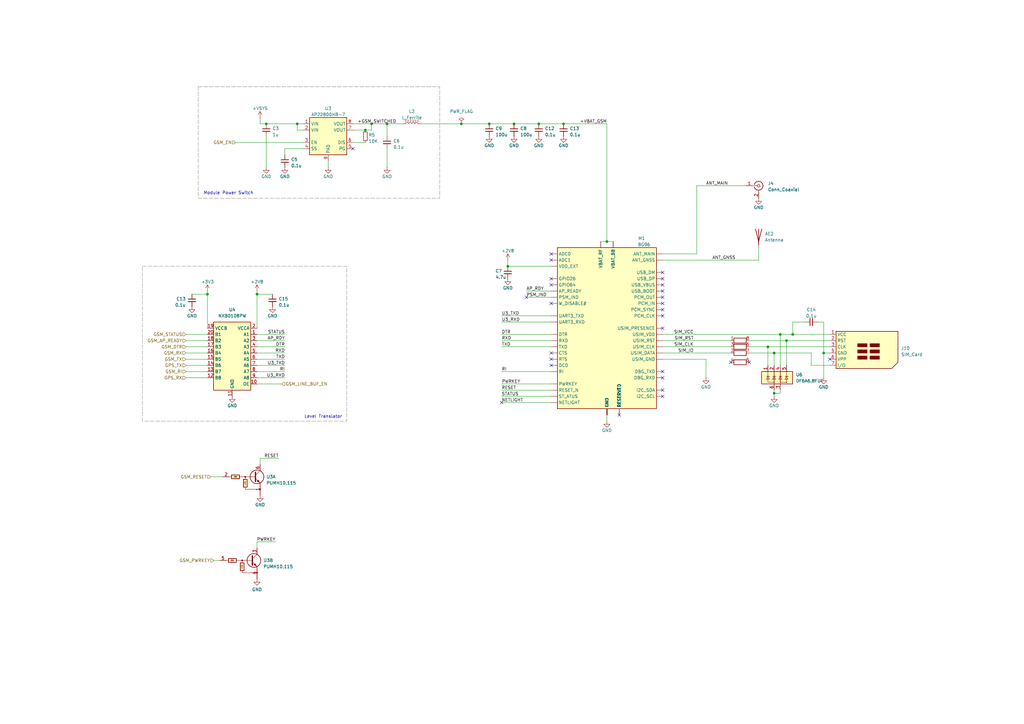
<source format=kicad_sch>
(kicad_sch (version 20250114) (generator "eeschema") (generator_version "9.0")
  (paper "A3")
  (lib_symbols
    (symbol "Connector:Conn_Coaxial" (pin_names (offset 1.016) (hide yes))
      (property "Reference" "J" (at 0.254 3.048 0))
      (property "Value" "Conn_Coaxial" (at 2.921 0 90))
      (symbol "Conn_Coaxial_0_1"
        (polyline (pts (xy -2.54 0) (xy -0.508 0)))
        (arc (start 1.778 0) (mid 0.222 -1.8079) (end -1.778 -0.508) (stroke (width 0.254)))
        (arc (start -1.778 0.508) (mid 0.2221 1.8084) (end 1.778 0) (stroke (width 0.254)))
        (circle (center 0 0) (radius 0.508) (stroke (width 0.2032)))
        (polyline (pts (xy 0 -2.54) (xy 0 -1.778)))
      )
      (symbol "Conn_Coaxial_1_1"
        (pin passive line (at -5.08 0 0) (length 2.54) (name "In") (number "1"))
        (pin passive line (at 0 -5.08 90) (length 2.54) (name "Ext") (number "2"))
      )
    )
    (symbol "Connector:SIM_Card"
      (property "Reference" "J" (at -2.54 12.7 0))
      (property "Value" "SIM_Card" (at -1.27 10.16 0))
      (symbol "SIM_Card_0_1"
        (polyline (pts (xy -10.16 8.89) (xy 15.24 8.89) (xy 15.24 -3.81) (xy 12.7 -6.35) (xy -10.16 -6.35) (xy -10.16 8.89)) (stroke (width 0.254)) (fill (type background)))
        (rectangle (start -1.27 2.54) (end 2.54 3.81) (stroke (width 0.254)) (fill (type outline)))
        (rectangle (start -1.27 0) (end 2.54 1.27) (stroke (width 0.254)) (fill (type outline)))
        (rectangle (start -1.27 -2.54) (end 2.54 -1.27) (stroke (width 0.254)) (fill (type outline)))
        (rectangle (start 3.81 2.54) (end 7.62 3.81) (stroke (width 0.254)) (fill (type outline)))
        (rectangle (start 3.81 0) (end 7.62 1.27) (stroke (width 0.254)) (fill (type outline)))
        (rectangle (start 3.81 -1.27) (end 7.62 -2.54) (stroke (width 0.254)) (fill (type outline)))
      )
      (symbol "SIM_Card_1_1"
        (pin power_in line (at -12.7 7.62 0) (length 2.54) (name "VCC") (number "1"))
        (pin input line (at -12.7 5.08 0) (length 2.54) (name "RST") (number "2"))
        (pin input line (at -12.7 2.54 0) (length 2.54) (name "CLK") (number "3"))
        (pin power_in line (at -12.7 0 0) (length 2.54) (name "GND") (number "5"))
        (pin input line (at -12.7 -2.54 0) (length 2.54) (name "VPP") (number "6"))
        (pin bidirectional line (at -12.7 -5.08 0) (length 2.54) (name "I/O") (number "7"))
      )
    )
    (symbol "Device:Antenna" (pin_numbers (hide yes)) (pin_names (offset 1.016) (hide yes))
      (property "Reference" "AE" (at -1.905 1.905 0))
      (property "Value" "Antenna" (at -1.905 0 0))
      (symbol "Antenna_0_1"
        (polyline (pts (xy 0 2.54) (xy 0 -3.81)) (stroke (width 0.254)))
        (polyline (pts (xy 1.27 2.54) (xy 0 -2.54) (xy -1.27 2.54)) (stroke (width 0.254)))
      )
      (symbol "Antenna_1_1"
        (pin input line (at 0 -5.08 90) (length 2.54) (name "A") (number "1"))
      )
    )
    (symbol "Device:C_Small" (pin_numbers (hide yes)) (pin_names (offset 0.254) (hide yes))
      (property "Reference" "C" (at 0.254 1.778 0))
      (property "Value" "C_Small" (at 0.254 -2.032 0))
      (symbol "C_Small_0_1"
        (polyline (pts (xy -1.524 0.508) (xy 1.524 0.508)) (stroke (width 0.3048)))
        (polyline (pts (xy -1.524 -0.508) (xy 1.524 -0.508)) (stroke (width 0.3302)))
      )
      (symbol "C_Small_1_1"
        (pin passive line (at 0 2.54 270) (length 2.032) (name "~") (number "1"))
        (pin passive line (at 0 -2.54 90) (length 2.032) (name "~") (number "2"))
      )
    )
    (symbol "Device:L_Ferrite" (pin_numbers (hide yes)) (pin_names (offset 1.016) (hide yes))
      (property "Reference" "L" (at -1.27 0 90))
      (property "Value" "L_Ferrite" (at 2.794 0 90))
      (symbol "L_Ferrite_0_1"
        (arc (start 0 2.54) (mid 0.6323 1.905) (end 0 1.27))
        (arc (start 0 1.27) (mid 0.6323 0.635) (end 0 0))
        (arc (start 0 0) (mid 0.6323 -0.635) (end 0 -1.27))
        (arc (start 0 -1.27) (mid 0.6323 -1.905) (end 0 -2.54))
        (polyline (pts (xy 1.016 2.286) (xy 1.016 2.794)))
        (polyline (pts (xy 1.016 1.27) (xy 1.016 1.778)))
        (polyline (pts (xy 1.016 0.254) (xy 1.016 0.762)))
        (polyline (pts (xy 1.016 -0.762) (xy 1.016 -0.254)))
        (polyline (pts (xy 1.016 -1.778) (xy 1.016 -1.27)))
        (polyline (pts (xy 1.016 -2.794) (xy 1.016 -2.286)))
        (polyline (pts (xy 1.524 2.794) (xy 1.524 2.286)))
        (polyline (pts (xy 1.524 1.778) (xy 1.524 1.27)))
        (polyline (pts (xy 1.524 0.762) (xy 1.524 0.254)))
        (polyline (pts (xy 1.524 -0.254) (xy 1.524 -0.762)))
        (polyline (pts (xy 1.524 -1.27) (xy 1.524 -1.778)))
        (polyline (pts (xy 1.524 -2.286) (xy 1.524 -2.794)))
      )
      (symbol "L_Ferrite_1_1"
        (pin passive line (at 0 3.81 270) (length 1.27) (name "1") (number "1"))
        (pin passive line (at 0 -3.81 90) (length 1.27) (name "2") (number "2"))
      )
    )
    (symbol "Device:R_Pack04_Split" (pin_names (offset 0) (hide yes))
      (property "Reference" "RN" (at 2.032 0 90))
      (property "Value" "R_Pack04_Split" (at 0 0 90))
      (symbol "R_Pack04_Split_0_1"
        (rectangle (start 1.016 2.54) (end -1.016 -2.54) (stroke (width 0.254)))
      )
      (symbol "R_Pack04_Split_1_1"
        (pin passive line (at 0 3.81 270) (length 1.27) (name "R1.2") (number "8"))
        (pin passive line (at 0 -3.81 90) (length 1.27) (name "R1.1") (number "1"))
      )
      (symbol "R_Pack04_Split_2_1"
        (pin passive line (at 0 3.81 270) (length 1.27) (name "R2.2") (number "7"))
        (pin passive line (at 0 -3.81 90) (length 1.27) (name "R2.1") (number "2"))
      )
      (symbol "R_Pack04_Split_3_1"
        (pin passive line (at 0 3.81 270) (length 1.27) (name "R3.2") (number "6"))
        (pin passive line (at 0 -3.81 90) (length 1.27) (name "R3.1") (number "3"))
      )
      (symbol "R_Pack04_Split_4_1"
        (pin passive line (at 0 3.81 270) (length 1.27) (name "R4.2") (number "5"))
        (pin passive line (at 0 -3.81 90) (length 1.27) (name "R4.1") (number "4"))
      )
    )
    (symbol "Device:R_Small" (pin_numbers (hide yes)) (pin_names (offset 0.254) (hide yes))
      (property "Reference" "R" (at 0 0 90))
      (property "Value" "R_Small" (at 1.778 0 90))
      (symbol "R_Small_0_1"
        (rectangle (start -0.762 1.778) (end 0.762 -1.778) (stroke (width 0.2032)))
      )
      (symbol "R_Small_1_1"
        (pin passive line (at 0 2.54 270) (length 0.762) (name "~") (number "1"))
        (pin passive line (at 0 -2.54 90) (length 0.762) (name "~") (number "2"))
      )
    )
    (symbol "My Libraries:+2V8" (power) (in_bom no) (on_board no)
      (property "Value" "+2V8" (at 0 3.81 0))
      (symbol "+2V8_0_1"
        (polyline (pts (xy 0 2.54) (xy -0.762 1.27)))
        (polyline (pts (xy 0 2.54) (xy 0.762 1.27)))
        (polyline (pts (xy 0 0) (xy 0 2.54)))
      )
      (symbol "+2V8_1_1"
        (pin power_in line (at 0 0 90) (length 0) (hide yes) (name "+2V8") (number ""))
      )
    )
    (symbol "My Libraries:+VSYS" (power) (in_bom no) (on_board no)
      (property "Value" "+VSYS" (at 0 3.81 0))
      (symbol "+VSYS_0_1"
        (polyline (pts (xy 0 2.54) (xy -0.762 1.27)))
        (polyline (pts (xy 0 2.54) (xy 0.762 1.27)))
        (polyline (pts (xy 0 0) (xy 0 2.54)))
      )
      (symbol "+VSYS_1_1"
        (pin power_in line (at 0 0 90) (length 0) (hide yes) (name "+VSYS") (number ""))
      )
    )
    (symbol "My Libraries:AP22800HB-7"
      (property "Reference" "U" (at -1.27 10.16 0))
      (property "Value" "AP22800HB-7" (at -1.27 10.16 0))
      (symbol "AP22800HB-7_0_1"
        (rectangle (start -7.62 7.62) (end 7.62 -7.62) (stroke (width 0.254)) (fill (type background)))
      )
      (symbol "AP22800HB-7_1_1"
        (pin power_in line (at -10.16 5.08 0) (length 2.54) (name "VIN") (number "1"))
        (pin power_in line (at -10.16 2.54 0) (length 2.54) (name "VIN") (number "2"))
        (pin input line (at -10.16 -2.54 0) (length 2.54) (name "EN") (number "3"))
        (pin input line (at -10.16 -5.08 0) (length 2.54) (name "SS") (number "4"))
        (pin power_in line (at 0 -10.16 90) (length 2.54) (name "PAD") (number "9"))
        (pin passive line (at 10.16 5.08 180) (length 2.54) (name "VOUT") (number "8"))
        (pin passive line (at 10.16 2.54 180) (length 2.54) (name "VOUT") (number "7"))
        (pin output line (at 10.16 -2.54 180) (length 2.54) (name "DIS") (number "6"))
        (pin output line (at 10.16 -5.08 180) (length 2.54) (name "PG") (number "5"))
      )
    )
    (symbol "My Libraries:BG96" (pin_numbers (hide yes))
      (property "Reference" "M" (at -17.78 27.94 0))
      (property "Value" "BG96" (at -17.78 25.4 0))
      (symbol "BG96_0_1"
        (rectangle (start -20.32 22.86) (end 20.32 -43.18) (stroke (width 0.254)) (fill (type background)))
      )
      (symbol "BG96_1_1"
        (pin input line (at -22.86 20.32 0) (length 2.54) (name "ADC0") (number "24"))
        (pin input line (at -22.86 17.78 0) (length 2.54) (name "ADC1") (number "2"))
        (pin power_out line (at -22.86 15.24 0) (length 2.54) (name "VDD_EXT") (number "29"))
        (pin bidirectional line (at -22.86 10.16 0) (length 2.54) (name "GPIO26") (number "26"))
        (pin bidirectional line (at -22.86 7.62 0) (length 2.54) (name "GPIO64") (number "64"))
        (pin input line (at -22.86 5.08 0) (length 2.54) (name "AP_READY") (number "19"))
        (pin output line (at -22.86 2.54 0) (length 2.54) (name "PSM_IND") (number "1"))
        (pin input line (at -22.86 0 0) (length 2.54) (name "W_DISABLE#") (number "18"))
        (pin output line (at -22.86 -5.08 0) (length 2.54) (name "UART3_TXD") (number "27"))
        (pin input line (at -22.86 -7.62 0) (length 2.54) (name "UART3_RXD") (number "28"))
        (pin input line (at -22.86 -12.7 0) (length 2.54) (name "DTR") (number "30"))
        (pin input line (at -22.86 -15.24 0) (length 2.54) (name "RXD") (number "34"))
        (pin output line (at -22.86 -17.78 0) (length 2.54) (name "TXD") (number "35"))
        (pin output line (at -22.86 -20.32 0) (length 2.54) (name "CTS") (number "36"))
        (pin input line (at -22.86 -22.86 0) (length 2.54) (name "RTS") (number "37"))
        (pin output line (at -22.86 -25.4 0) (length 2.54) (name "DCD") (number "38"))
        (pin output line (at -22.86 -27.94 0) (length 2.54) (name "RI") (number "39"))
        (pin passive line (at -22.86 -33.02 0) (length 2.54) (name "PWRKEY") (number "15"))
        (pin input line (at -22.86 -35.56 0) (length 2.54) (name "RESET_N") (number "17"))
        (pin passive line (at -22.86 -38.1 0) (length 2.54) (name "ST_ATUS") (number "20"))
        (pin passive line (at -22.86 -40.64 0) (length 2.54) (name "NETLIGHT") (number "21"))
        (pin power_in line (at -2.54 25.4 270) (length 2.54) (name "VBAT_RF") (number "52"))
        (pin power_in line (at -2.54 25.4 270) (length 2.54) (name "VBAT_RF") (number "53"))
        (pin power_in line (at 0 -45.72 90) (length 2.54) (name "GND") (number "100"))
        (pin power_in line (at 0 -45.72 90) (length 2.54) (name "GND") (number "101"))
        (pin power_in line (at 0 -45.72 90) (length 2.54) (name "GND") (number "102"))
        (pin power_in line (at 0 -45.72 90) (length 2.54) (name "GND") (number "3"))
        (pin power_in line (at 0 -45.72 90) (length 2.54) (name "GND") (number "31"))
        (pin power_in line (at 0 -45.72 90) (length 2.54) (name "GND") (number "48"))
        (pin power_in line (at 0 -45.72 90) (length 2.54) (name "GND") (number "50"))
        (pin power_in line (at 0 -45.72 90) (length 2.54) (name "GND") (number "54"))
        (pin power_in line (at 0 -45.72 90) (length 2.54) (name "GND") (number "55"))
        (pin power_in line (at 0 -45.72 90) (length 2.54) (name "GND") (number "58"))
        (pin power_in line (at 0 -45.72 90) (length 2.54) (name "GND") (number "59"))
        (pin power_in line (at 0 -45.72 90) (length 2.54) (name "GND") (number "61"))
        (pin power_in line (at 0 -45.72 90) (length 2.54) (name "GND") (number "62"))
        (pin power_in line (at 0 -45.72 90) (length 2.54) (name "GND") (number "67"))
        (pin power_in line (at 0 -45.72 90) (length 2.54) (name "GND") (number "68"))
        (pin power_in line (at 0 -45.72 90) (length 2.54) (name "GND") (number "69"))
        (pin power_in line (at 0 -45.72 90) (length 2.54) (name "GND") (number "70"))
        (pin power_in line (at 0 -45.72 90) (length 2.54) (name "GND") (number "71"))
        (pin power_in line (at 0 -45.72 90) (length 2.54) (name "GND") (number "72"))
        (pin power_in line (at 0 -45.72 90) (length 2.54) (name "GND") (number "73"))
        (pin power_in line (at 0 -45.72 90) (length 2.54) (name "GND") (number "74"))
        (pin power_in line (at 0 -45.72 90) (length 2.54) (name "GND") (number "79"))
        (pin power_in line (at 0 -45.72 90) (length 2.54) (name "GND") (number "80"))
        (pin power_in line (at 0 -45.72 90) (length 2.54) (name "GND") (number "81"))
        (pin power_in line (at 0 -45.72 90) (length 2.54) (name "GND") (number "82"))
        (pin power_in line (at 0 -45.72 90) (length 2.54) (name "GND") (number "89"))
        (pin power_in line (at 0 -45.72 90) (length 2.54) (name "GND") (number "90"))
        (pin power_in line (at 0 -45.72 90) (length 2.54) (name "GND") (number "91"))
        (pin power_in line (at 2.54 25.4 270) (length 2.54) (name "VBAT_BB") (number "32"))
        (pin power_in line (at 2.54 25.4 270) (length 2.54) (name "VBAT_BB") (number "33"))
        (pin free line (at 5.08 -45.72 90) (length 2.54) (name "RESERVED") (number "11"))
        (pin free line (at 5.08 -45.72 90) (length 2.54) (name "RESERVED") (number "12"))
        (pin free line (at 5.08 -45.72 90) (length 2.54) (name "RESERVED") (number "13"))
        (pin free line (at 5.08 -45.72 90) (length 2.54) (name "RESERVED") (number "14"))
        (pin free line (at 5.08 -45.72 90) (length 2.54) (name "RESERVED") (number "16"))
        (pin free line (at 5.08 -45.72 90) (length 2.54) (name "RESERVED") (number "25"))
        (pin free line (at 5.08 -45.72 90) (length 2.54) (name "RESERVED") (number "51"))
        (pin free line (at 5.08 -45.72 90) (length 2.54) (name "RESERVED") (number "56"))
        (pin free line (at 5.08 -45.72 90) (length 2.54) (name "RESERVED") (number "57"))
        (pin free line (at 5.08 -45.72 90) (length 2.54) (name "RESERVED") (number "63"))
        (pin free line (at 5.08 -45.72 90) (length 2.54) (name "RESERVED") (number "65"))
        (pin free line (at 5.08 -45.72 90) (length 2.54) (name "RESERVED") (number "66"))
        (pin free line (at 5.08 -45.72 90) (length 2.54) (name "RESERVED") (number "76"))
        (pin free line (at 5.08 -45.72 90) (length 2.54) (name "RESERVED") (number "77"))
        (pin free line (at 5.08 -45.72 90) (length 2.54) (name "RESERVED") (number "78"))
        (pin free line (at 5.08 -45.72 90) (length 2.54) (name "RESERVED") (number "83"))
        (pin free line (at 5.08 -45.72 90) (length 2.54) (name "RESERVED") (number "84"))
        (pin free line (at 5.08 -45.72 90) (length 2.54) (name "RESERVED") (number "85"))
        (pin free line (at 5.08 -45.72 90) (length 2.54) (name "RESERVED") (number "86"))
        (pin free line (at 5.08 -45.72 90) (length 2.54) (name "RESERVED") (number "87"))
        (pin free line (at 5.08 -45.72 90) (length 2.54) (name "RESERVED") (number "88"))
        (pin free line (at 5.08 -45.72 90) (length 2.54) (name "RESERVED") (number "92"))
        (pin free line (at 5.08 -45.72 90) (length 2.54) (name "RESERVED") (number "93"))
        (pin free line (at 5.08 -45.72 90) (length 2.54) (name "RESERVED") (number "94"))
        (pin free line (at 5.08 -45.72 90) (length 2.54) (name "RESERVED") (number "95"))
        (pin free line (at 5.08 -45.72 90) (length 2.54) (name "RESERVED") (number "96"))
        (pin free line (at 5.08 -45.72 90) (length 2.54) (name "RESERVED") (number "97"))
        (pin free line (at 5.08 -45.72 90) (length 2.54) (name "RESERVED") (number "98"))
        (pin free line (at 5.08 -45.72 90) (length 2.54) (name "RESERVED") (number "99"))
        (pin passive line (at 22.86 20.32 180) (length 2.54) (name "ANT_MAIN") (number "60"))
        (pin passive line (at 22.86 17.78 180) (length 2.54) (name "ANT_GNSS") (number "49"))
        (pin bidirectional line (at 22.86 12.7 180) (length 2.54) (name "USB_DM") (number "10"))
        (pin bidirectional line (at 22.86 10.16 180) (length 2.54) (name "USB_DP") (number "9"))
        (pin power_in line (at 22.86 7.62 180) (length 2.54) (name "USB_VBUS") (number "8"))
        (pin power_in line (at 22.86 5.08 180) (length 2.54) (name "USB_BOOT") (number "75"))
        (pin output line (at 22.86 2.54 180) (length 2.54) (name "PCM_OUT") (number "7"))
        (pin input line (at 22.86 0 180) (length 2.54) (name "PCM_IN") (number "6"))
        (pin output line (at 22.86 -2.54 180) (length 2.54) (name "PCM_SYNC") (number "5"))
        (pin output line (at 22.86 -5.08 180) (length 2.54) (name "PCM_CLK") (number "4"))
        (pin input line (at 22.86 -10.16 180) (length 2.54) (name "USIM_PRESENCE") (number "42"))
        (pin power_out line (at 22.86 -12.7 180) (length 2.54) (name "USIM_VDD") (number "43"))
        (pin output line (at 22.86 -15.24 180) (length 2.54) (name "USIM_RST") (number "44"))
        (pin output line (at 22.86 -17.78 180) (length 2.54) (name "USIM_CLK") (number "46"))
        (pin bidirectional line (at 22.86 -20.32 180) (length 2.54) (name "USIM_DATA") (number "45"))
        (pin power_in line (at 22.86 -22.86 180) (length 2.54) (name "USIM_GND") (number "47"))
        (pin output line (at 22.86 -27.94 180) (length 2.54) (name "DBG_TXD") (number "23"))
        (pin input line (at 22.86 -30.48 180) (length 2.54) (name "DBG_RXD") (number "22"))
        (pin bidirectional line (at 22.86 -35.56 180) (length 2.54) (name "I2C_SDA") (number "41"))
        (pin bidirectional line (at 22.86 -38.1 180) (length 2.54) (name "I2C_SCL") (number "40"))
      )
    )
    (symbol "My Libraries:DF6A6.8FUT" (pin_names (hide yes))
      (property "Reference" "U" (at -7.62 5.08 0))
      (property "Value" "DF6A6.8FUT" (at 0 0 0))
      (symbol "DF6A6.8FUT_0_1"
        (rectangle (start -5.08 2.54) (end 7.62 -2.54) (stroke (width 0.254)) (fill (type background)))
        (polyline (pts (xy -3.175 0.635) (xy -1.905 0.635) (xy -1.905 0.381)))
        (polyline (pts (xy -3.175 -0.635) (xy -1.905 -0.635) (xy -2.54 0.635) (xy -3.175 -0.635)))
        (polyline (pts (xy -2.54 2.54) (xy -2.54 -1.905) (xy 0 -1.9)))
        (polyline (pts (xy -0.635 0.635) (xy 0.635 0.635) (xy 0.635 0.381)))
        (polyline (pts (xy -0.635 -0.635) (xy 0.635 -0.635) (xy 0 0.635) (xy -0.635 -0.635)))
        (polyline (pts (xy 0 2.54) (xy 0 -1.905)))
        (polyline (pts (xy 0 2.54) (xy 0 -1.905) (xy 0 -2.54)))
        (circle (center 0 -1.905) (radius 0.127))
        (polyline (pts (xy 1.905 0.635) (xy 3.175 0.635) (xy 3.175 0.381)))
        (polyline (pts (xy 1.905 -0.635) (xy 3.175 -0.635) (xy 2.54 0.635) (xy 1.905 -0.635)))
        (polyline (pts (xy 2.54 2.54) (xy 2.54 -1.778)))
        (polyline (pts (xy 2.54 2.54) (xy 2.54 -1.905) (xy 2.54 -2.54)))
        (circle (center 2.54 -1.905) (radius 0.127))
        (polyline (pts (xy 2.55 2.53) (xy 2.55 -1.9) (xy 5.1 -1.9)))
        (polyline (pts (xy 4.445 0.635) (xy 5.715 0.635) (xy 5.715 0.381)))
        (polyline (pts (xy 4.445 -0.635) (xy 5.715 -0.635) (xy 5.08 0.635) (xy 4.445 -0.635)))
        (polyline (pts (xy 5.08 2.54) (xy 5.08 -1.905)))
        (circle (center 5.08 -1.905) (radius 0.127))
      )
      (symbol "DF6A6.8FUT_1_0"
        (pin passive line (at 0 -5.08 90) (length 2.54) (name "GND") (number "6"))
        (pin passive line (at 2.54 -5.08 90) (length 2.54) (name "GND") (number "3"))
      )
      (symbol "DF6A6.8FUT_1_1"
        (pin passive line (at -2.54 5.08 270) (length 2.54) (name "IO1") (number "1"))
        (pin passive line (at 0 5.08 270) (length 2.54) (name "IO2") (number "2"))
        (pin passive line (at 2.54 5.08 270) (length 2.54) (name "IO3") (number "4"))
        (pin passive line (at 5.08 5.08 270) (length 2.54) (name "IO4") (number "5"))
      )
    )
    (symbol "My Libraries:NXB0108PW"
      (property "Reference" "U" (at 0 15.24 0))
      (property "Value" "NXB0108PW" (at 0 -17.78 0))
      (symbol "NXB0108PW_1_1"
        (rectangle (start -7.62 12.7) (end 7.62 -15.24) (stroke (width 0.254)) (fill (type color) (color 255 255 194 1)))
        (pin power_in line (at -10.16 10.16 0) (length 2.54) (name "VCCA") (number "2"))
        (pin bidirectional line (at -10.16 7.62 0) (length 2.54) (name "A1") (number "1"))
        (pin bidirectional line (at -10.16 5.08 0) (length 2.54) (name "A2") (number "3"))
        (pin bidirectional line (at -10.16 2.54 0) (length 2.54) (name "A3") (number "4"))
        (pin bidirectional line (at -10.16 0 0) (length 2.54) (name "A4") (number "5"))
        (pin bidirectional line (at -10.16 -2.54 0) (length 2.54) (name "A5") (number "6"))
        (pin bidirectional line (at -10.16 -5.08 0) (length 2.54) (name "A6") (number "7"))
        (pin bidirectional line (at -10.16 -7.62 0) (length 2.54) (name "A7") (number "8"))
        (pin bidirectional line (at -10.16 -10.16 0) (length 2.54) (name "A8") (number "9"))
        (pin input line (at -10.16 -12.7 0) (length 2.54) (name "OE") (number "10"))
        (pin power_in line (at 0 -17.78 90) (length 2.54) (name "GND") (number "11"))
        (pin power_in line (at 10.16 10.16 180) (length 2.54) (name "VCCB") (number "19"))
        (pin bidirectional line (at 10.16 7.62 180) (length 2.54) (name "B1") (number "20"))
        (pin bidirectional line (at 10.16 5.08 180) (length 2.54) (name "B2") (number "18"))
        (pin bidirectional line (at 10.16 2.54 180) (length 2.54) (name "B3") (number "17"))
        (pin bidirectional line (at 10.16 0 180) (length 2.54) (name "B4") (number "16"))
        (pin bidirectional line (at 10.16 -2.54 180) (length 2.54) (name "B5") (number "15"))
        (pin bidirectional line (at 10.16 -5.08 180) (length 2.54) (name "B6") (number "14"))
        (pin bidirectional line (at 10.16 -7.62 180) (length 2.54) (name "B7") (number "13"))
        (pin bidirectional line (at 10.16 -10.16 180) (length 2.54) (name "B8") (number "12"))
      )
    )
    (symbol "My Libraries:PUMH10,115"
      (property "Reference" "U" (at 0 0 0))
      (property "Value" "PUMH10,115" (at 0 0 0))
      (symbol "PUMH10,115_0_0"
        (circle (center -6.096 0) (radius 0.2736) (stroke (width 0.1524)) (fill (type outline)))
        (circle (center 0 -5.08) (radius 0.2736) (stroke (width 0.1524)) (fill (type outline)))
        (text "10K" (at -10.16 0 0) (effects (font (size 0.508 0.508))))
      )
      (symbol "PUMH10,115_0_1"
        (polyline (pts (xy -12.7 0) (xy -11.684 0)) (stroke (width 0.1524)))
        (rectangle (start -11.684 -0.762) (end -8.509 0.762) (stroke (width 0.3048)) (fill (type background)))
        (polyline (pts (xy -8.382 0) (xy -8.128 0) (xy -2.032 0)) (stroke (width 0.1524)))
        (rectangle (start -6.858 -1.016) (end -5.334 -4.191) (stroke (width 0.3048)) (fill (type background)))
        (polyline (pts (xy -6.096 -1.016) (xy -6.096 0)) (stroke (width 0.1524)))
        (polyline (pts (xy -6.096 -4.318) (xy -6.096 -5.08) (xy 0 -5.08)) (stroke (width 0.1524)))
        (polyline (pts (xy -1.905 1.905) (xy -1.905 -1.905) (xy -1.905 -1.905)) (stroke (width 0.508)))
        (polyline (pts (xy -1.905 0.635) (xy 0 2.54)))
        (polyline (pts (xy -1.905 -0.635) (xy 0 -2.54) (xy 0 -2.54)))
        (circle (center -1.27 0) (radius 2.8194) (stroke (width 0.254)))
        (polyline (pts (xy -1.27 -1.778) (xy -0.762 -1.27) (xy -0.254 -2.286) (xy -1.27 -1.778) (xy -1.27 -1.778)) (fill (type outline)))
        (text "47K" (at -6.096 -2.54 900) (effects (font (size 0.508 0.508))))
      )
      (symbol "PUMH10,115_1_1"
        (pin passive line (at -15.24 0 0) (length 2.54) (name "") (number "2"))
        (pin passive line (at 0 5.08 270) (length 2.54) (name "") (number "6"))
        (pin passive line (at 0 -7.62 90) (length 5.08) (name "") (number "1"))
      )
      (symbol "PUMH10,115_2_1"
        (pin passive line (at -15.24 0 0) (length 2.54) (name "") (number "5"))
        (pin passive line (at 0 5.08 270) (length 2.54) (name "") (number "3"))
        (pin passive line (at 0 -7.62 90) (length 5.08) (name "") (number "4"))
      )
    )
    (symbol "power:+3.3V" (power) (pin_numbers (hide yes)) (pin_names (offset 0) (hide yes))
      (property "Value" "+3.3V" (at 0 3.556 0))
      (symbol "+3.3V_0_1"
        (polyline (pts (xy -0.762 1.27) (xy 0 2.54)))
        (polyline (pts (xy 0 2.54) (xy 0.762 1.27)))
        (polyline (pts (xy 0 0) (xy 0 2.54)))
      )
      (symbol "+3.3V_1_1"
        (pin power_in line (at 0 0 90) (length 0) (name "~") (number "1"))
      )
    )
    (symbol "power:GND" (power) (pin_numbers (hide yes)) (pin_names (offset 0) (hide yes))
      (property "Value" "GND" (at 0 -3.81 0))
      (symbol "GND_0_1"
        (polyline (pts (xy 0 0) (xy 0 -1.27) (xy 1.27 -1.27) (xy 0 -2.54) (xy -1.27 -1.27) (xy 0 -1.27)))
      )
      (symbol "GND_1_1"
        (pin power_in line (at 0 0 270) (length 0) (name "~") (number "1"))
      )
    )
    (symbol "power:PWR_FLAG" (power) (pin_numbers (hide yes)) (pin_names (offset 0) (hide yes))
      (property "Value" "PWR_FLAG" (at 0 3.81 0))
      (symbol "PWR_FLAG_0_0"
        (pin power_out line (at 0 0 90) (length 0) (name "~") (number "1"))
      )
      (symbol "PWR_FLAG_0_1"
        (polyline (pts (xy 0 0) (xy 0 1.27) (xy -1.016 1.905) (xy 0 2.54) (xy 1.016 1.905) (xy 0 1.27)))
      )
    )
  )
  (rectangle (start 81.28 35.56) (end 180.34 81.28) (stroke (width 0) (type dash) (color 132 132 132 1)))
  (rectangle (start 58.42 109.22) (end 142.24 172.72) (stroke (width 0) (type dash) (color 132 132 132 1)))
  (text "Module Power Switch" (at 93.726 79.248 0) (effects (font (size 1.27 1.27))))
  (text "Level Translator" (at 132.588 170.942 0) (effects (font (size 1.27 1.27))))
  (junction (at 200.66 50.8))
  (junction (at 109.22 50.8) (diameter 0.9144))
  (junction (at 85.09 120.65))
  (junction (at 314.96 142.24))
  (junction (at 121.92 50.8) (diameter 0.9144))
  (junction (at 210.82 50.8))
  (junction (at 152.4 50.8) (diameter 0.9144))
  (junction (at 320.04 137.16))
  (junction (at 208.28 109.22) (diameter 0.9144))
  (junction (at 325.12 137.16) (diameter 0.9144))
  (junction (at 317.5 161.29))
  (junction (at 248.92 99.06))
  (junction (at 322.58 139.7))
  (junction (at 220.98 50.8) (diameter 0.9144))
  (junction (at 158.75 50.8))
  (junction (at 231.14 50.8))
  (junction (at 189.23 50.8))
  (junction (at 317.5 144.78))
  (junction (at 337.82 144.78) (diameter 0.9144))
  (junction (at 149.86 53.34))
  (junction (at 105.41 120.65))
  (no_connect (at 144.78 60.96))
  (no_connect (at 226.06 144.78))
  (no_connect (at 271.78 114.3))
  (no_connect (at 271.78 134.62))
  (no_connect (at 226.06 106.68))
  (no_connect (at 205.74 165.1))
  (no_connect (at 271.78 119.38))
  (no_connect (at 340.36 147.32))
  (no_connect (at 254 170.18))
  (no_connect (at 271.78 154.94))
  (no_connect (at 215.9 121.92))
  (no_connect (at 271.78 116.84))
  (no_connect (at 226.06 114.3))
  (no_connect (at 226.06 116.84))
  (no_connect (at 271.78 121.92))
  (no_connect (at 271.78 124.46))
  (no_connect (at 271.78 127))
  (no_connect (at 271.78 129.54))
  (no_connect (at 271.78 160.02))
  (no_connect (at 271.78 162.56))
  (no_connect (at 226.06 149.86))
  (no_connect (at 226.06 104.14))
  (no_connect (at 226.06 124.46))
  (no_connect (at 271.78 111.76))
  (no_connect (at 299.72 148.59))
  (no_connect (at 307.34 148.59))
  (no_connect (at 271.78 152.4))
  (no_connect (at 226.06 147.32))
  (wire (pts (xy 205.74 142.24) (xy 226.06 142.24)))
  (wire (pts (xy 189.23 50.8) (xy 200.66 50.8)))
  (wire (pts (xy 106.68 48.26) (xy 106.68 50.8)))
  (wire (pts (xy 205.74 152.4) (xy 226.06 152.4)))
  (wire (pts (xy 320.04 160.02) (xy 320.04 161.29)))
  (wire (pts (xy 158.75 50.8) (xy 158.75 55.88)))
  (wire (pts (xy 208.28 109.22) (xy 226.06 109.22)))
  (wire (pts (xy 271.78 139.7) (xy 299.72 139.7)))
  (wire (pts (xy 307.34 139.7) (xy 322.58 139.7)))
  (wire (pts (xy 109.22 50.8) (xy 121.92 50.8)))
  (wire (pts (xy 121.92 53.34) (xy 121.92 50.8)))
  (wire (pts (xy 124.46 53.34) (xy 121.92 53.34)))
  (wire (pts (xy 144.78 50.8) (xy 152.4 50.8)))
  (wire (pts (xy 215.9 121.92) (xy 226.06 121.92)))
  (wire (pts (xy 317.5 161.29) (xy 320.04 161.29)))
  (wire (pts (xy 105.41 120.65) (xy 105.41 134.62)))
  (wire (pts (xy 76.2 137.16) (xy 85.09 137.16)))
  (wire (pts (xy 105.41 222.25) (xy 113.03 222.25)))
  (wire (pts (xy 105.41 224.79) (xy 105.41 222.25)))
  (wire (pts (xy 205.74 137.16) (xy 226.06 137.16)))
  (wire (pts (xy 246.38 99.06) (xy 248.92 99.06)))
  (wire (pts (xy 106.68 190.5) (xy 106.68 187.96)))
  (wire (pts (xy 205.74 160.02) (xy 226.06 160.02)))
  (wire (pts (xy 76.2 149.86) (xy 85.09 149.86)))
  (wire (pts (xy 322.58 139.7) (xy 340.36 139.7)))
  (wire (pts (xy 200.66 50.8) (xy 210.82 50.8)))
  (wire (pts (xy 172.72 50.8) (xy 189.23 50.8)))
  (wire (pts (xy 271.78 142.24) (xy 299.72 142.24)))
  (wire (pts (xy 307.34 142.24) (xy 314.96 142.24)))
  (wire (pts (xy 332.74 149.86) (xy 332.74 144.78)))
  (wire (pts (xy 340.36 149.86) (xy 332.74 149.86)))
  (wire (pts (xy 115.57 157.48) (xy 105.41 157.48)))
  (wire (pts (xy 116.84 60.96) (xy 116.84 63.5)))
  (wire (pts (xy 124.46 60.96) (xy 116.84 60.96)))
  (wire (pts (xy 271.78 137.16) (xy 320.04 137.16)))
  (wire (pts (xy 320.04 137.16) (xy 325.12 137.16)))
  (wire (pts (xy 325.12 137.16) (xy 340.36 137.16)))
  (wire (pts (xy 105.41 137.16) (xy 116.84 137.16)))
  (wire (pts (xy 205.74 132.08) (xy 226.06 132.08)))
  (wire (pts (xy 149.86 53.34) (xy 152.4 53.34)))
  (wire (pts (xy 87.63 229.87) (xy 90.17 229.87)))
  (wire (pts (xy 317.5 144.78) (xy 317.5 149.86)))
  (wire (pts (xy 144.78 58.42) (xy 149.86 58.42)))
  (wire (pts (xy 105.41 154.94) (xy 116.84 154.94)))
  (wire (pts (xy 76.2 144.78) (xy 85.09 144.78)))
  (wire (pts (xy 317.5 161.29) (xy 317.5 162.56)))
  (wire (pts (xy 271.78 144.78) (xy 299.72 144.78)))
  (wire (pts (xy 307.34 144.78) (xy 317.5 144.78)))
  (wire (pts (xy 86.36 195.58) (xy 91.44 195.58)))
  (wire (pts (xy 248.92 99.06) (xy 251.46 99.06)))
  (wire (pts (xy 105.41 147.32) (xy 116.84 147.32)))
  (wire (pts (xy 158.75 50.8) (xy 165.1 50.8)))
  (wire (pts (xy 271.78 104.14) (xy 285.75 104.14)))
  (wire (pts (xy 285.75 76.2) (xy 306.07 76.2)))
  (wire (pts (xy 285.75 104.14) (xy 285.75 76.2)))
  (wire (pts (xy 314.96 142.24) (xy 340.36 142.24)))
  (wire (pts (xy 311.15 106.68) (xy 311.15 101.6)))
  (wire (pts (xy 105.41 142.24) (xy 116.84 142.24)))
  (wire (pts (xy 320.04 137.16) (xy 320.04 149.86)))
  (wire (pts (xy 105.41 152.4) (xy 116.84 152.4)))
  (wire (pts (xy 317.5 144.78) (xy 332.74 144.78)))
  (wire (pts (xy 105.41 119.38) (xy 105.41 120.65)))
  (wire (pts (xy 109.22 55.88) (xy 109.22 68.58)))
  (wire (pts (xy 317.5 160.02) (xy 317.5 161.29)))
  (wire (pts (xy 111.76 120.65) (xy 105.41 120.65)))
  (wire (pts (xy 231.14 50.8) (xy 248.92 50.8)))
  (wire (pts (xy 271.78 147.32) (xy 289.56 147.32)))
  (wire (pts (xy 208.28 106.68) (xy 208.28 109.22)))
  (wire (pts (xy 106.68 50.8) (xy 109.22 50.8)))
  (wire (pts (xy 158.75 60.96) (xy 158.75 68.58)))
  (wire (pts (xy 105.41 139.7) (xy 116.84 139.7)))
  (wire (pts (xy 248.92 170.18) (xy 248.92 172.72)))
  (wire (pts (xy 215.9 119.38) (xy 226.06 119.38)))
  (wire (pts (xy 76.2 152.4) (xy 85.09 152.4)))
  (wire (pts (xy 144.78 53.34) (xy 149.86 53.34)))
  (wire (pts (xy 152.4 53.34) (xy 152.4 50.8)))
  (wire (pts (xy 210.82 50.8) (xy 220.98 50.8)))
  (wire (pts (xy 271.78 106.68) (xy 311.15 106.68)))
  (wire (pts (xy 322.58 139.7) (xy 322.58 149.86)))
  (wire (pts (xy 106.68 187.96) (xy 114.3 187.96)))
  (wire (pts (xy 78.74 120.65) (xy 85.09 120.65)))
  (wire (pts (xy 76.2 139.7) (xy 85.09 139.7)))
  (wire (pts (xy 105.41 149.86) (xy 116.84 149.86)))
  (wire (pts (xy 220.98 50.8) (xy 231.14 50.8)))
  (wire (pts (xy 85.09 120.65) (xy 85.09 134.62)))
  (wire (pts (xy 85.09 119.38) (xy 85.09 120.65)))
  (wire (pts (xy 105.41 144.78) (xy 116.84 144.78)))
  (wire (pts (xy 134.62 66.04) (xy 134.62 68.58)))
  (wire (pts (xy 76.2 147.32) (xy 85.09 147.32)))
  (wire (pts (xy 205.74 139.7) (xy 226.06 139.7)))
  (wire (pts (xy 121.92 50.8) (xy 124.46 50.8)))
  (wire (pts (xy 226.06 157.48) (xy 205.74 157.48)))
  (wire (pts (xy 335.28 132.08) (xy 337.82 132.08)))
  (wire (pts (xy 337.82 132.08) (xy 337.82 144.78)))
  (wire (pts (xy 337.82 144.78) (xy 337.82 154.94)))
  (wire (pts (xy 76.2 142.24) (xy 85.09 142.24)))
  (wire (pts (xy 205.74 165.1) (xy 226.06 165.1)))
  (wire (pts (xy 248.92 50.8) (xy 248.92 99.06)))
  (wire (pts (xy 152.4 50.8) (xy 158.75 50.8)))
  (wire (pts (xy 205.74 129.54) (xy 226.06 129.54)))
  (wire (pts (xy 325.12 132.08) (xy 325.12 137.16)))
  (wire (pts (xy 330.2 132.08) (xy 325.12 132.08)))
  (wire (pts (xy 96.52 58.42) (xy 124.46 58.42)))
  (wire (pts (xy 289.56 154.94) (xy 289.56 147.32)))
  (wire (pts (xy 314.96 142.24) (xy 314.96 149.86)))
  (wire (pts (xy 205.74 162.56) (xy 226.06 162.56)))
  (wire (pts (xy 340.36 144.78) (xy 337.82 144.78)))
  (wire (pts (xy 76.2 154.94) (xy 85.09 154.94)))
  (label "PWRKEY" (at 113.03 222.25 180))
  (label "TXD" (at 116.84 147.32 180))
  (label "NETLIGHT" (at 205.74 165.1 0))
  (label "RXD" (at 116.84 144.78 180))
  (label "SIM_IO" (at 284.48 144.78 180))
  (label "STATUS" (at 205.74 162.56 0))
  (label "RESET" (at 205.74 160.02 0))
  (label "ANT_MAIN" (at 289.56 76.2 0))
  (label "SIM_VCC" (at 284.48 137.16 180))
  (label "SIM_CLK" (at 284.48 142.24 180))
  (label "U3_TXD" (at 205.74 129.54 0))
  (label "SIM_RST" (at 284.48 139.7 180))
  (label "AP_RDY" (at 215.9 119.38 0))
  (label "RESET" (at 114.3 187.96 180))
  (label "DTR" (at 205.74 137.16 0))
  (label "U3_RXD" (at 116.84 154.94 180))
  (label "RI" (at 116.84 152.4 180))
  (label "+GSM_SWITCHED" (at 162.56 50.8 180))
  (label "ANT_GNSS" (at 292.1 106.68 0))
  (label "+VBAT_GSM" (at 248.92 50.8 180))
  (label "STATUS" (at 116.84 137.16 180))
  (label "RXD" (at 205.74 139.7 0))
  (label "DTR" (at 116.84 142.24 180))
  (label "U3_RXD" (at 205.74 132.08 0))
  (label "TXD" (at 205.74 142.24 0))
  (label "PWRKEY" (at 205.74 157.48 0))
  (label "PSM_IND" (at 215.9 121.92 0))
  (label "U3_TXD" (at 116.84 149.86 180))
  (label "AP_RDY" (at 116.84 139.7 180))
  (label "RI" (at 205.74 152.4 0))
  (hierarchical_label "GSM_RESET" (shape input) (at 86.36 195.58 180))
  (hierarchical_label "GSM_EN" (shape input) (at 96.52 58.42 180))
  (hierarchical_label "GSM_RX" (shape input) (at 76.2 144.78 180))
  (hierarchical_label "GSM_RI" (shape input) (at 76.2 152.4 180))
  (hierarchical_label "GSM_AP_READY" (shape input) (at 76.2 139.7 180))
  (hierarchical_label "GPS_TX" (shape input) (at 76.2 149.86 180))
  (hierarchical_label "GPS_RX" (shape input) (at 76.2 154.94 180))
  (hierarchical_label "GSM_DTR" (shape input) (at 76.2 142.24 180))
  (hierarchical_label "GSM_STATUS" (shape input) (at 76.2 137.16 180))
  (hierarchical_label "GSM_TX" (shape input) (at 76.2 147.32 180))
  (hierarchical_label "GSM_LINE_BUF_EN" (shape input) (at 115.57 157.48 0))
  (hierarchical_label "GSM_PWRKEY" (shape input) (at 87.63 229.87 180))
  (symbol (lib_id "Device:C_Small") (at 231.14 53.34 0) (unit 1)
    (property "Reference" "C22" (at 233.68 52.7049 0) (effects (justify left)))
    (property "Value" "0.1u" (at 233.68 55.2449 0) (effects (justify left)))
    (property "Footprint" "Capacitor_SMD:C_0603_1608Metric" (effects (hide yes)))
    (property "Description" "Unpolarized capacitor, small symbol" (effects (hide yes)))
    (instances (project "BK4000TG_V3" (path "" (reference "C13") (unit 1))) (project "BK4000TG_V3" (path "" (reference "C22") (unit 1))))
  )
  (symbol (lib_id "Device:C_Small") (at 111.76 123.19 0) (unit 1)
    (property "Reference" "C15" (at 114.3 122.5549 0) (effects (justify left)))
    (property "Value" "0.1u" (at 114.3 125.0949 0) (effects (justify left)))
    (property "Footprint" "Capacitor_SMD:C_0603_1608Metric" (effects (hide yes)))
    (property "Description" "Unpolarized capacitor, small symbol" (effects (hide yes)))
  )
  (symbol (lib_id "power:GND") (at 200.66 55.88 0) (unit 1)
    (property "Reference" "#PWR045" (effects (hide yes)))
    (property "Value" "GND" (at 200.66 59.69 0))
    (property "Description" "Power symbol creates a global label with name \"GND\" , ground" (effects (hide yes)))
    (instances (project "BK4000TG_V3" (path "" (reference "#PWR040") (unit 1))) (project "BK4000TG_V3" (path "" (reference "#PWR045") (unit 1))))
  )
  (symbol (lib_id "My Libraries:PUMH10,115") (at 105.41 229.87 0) (unit 2)
    (property "Reference" "U3" (at 107.95 229.8416 0) (effects (justify left)))
    (property "Value" "PUMH10,115" (at 107.95 232.3816 0) (effects (justify left)))
    (property "Footprint" "Package_TO_SOT_SMD:SOT-363_SC-70-6" (effects (hide yes)))
    (property "Datasheet" "https://assets.nexperia.com/documents/data-sheet/PUMH10.pdf" (effects (hide yes)))
    (property "Description" "Dual NPN Transistor with internal resistors SOT-363" (effects (hide yes)))
  )
  (symbol (lib_id "power:GND") (at 78.74 125.73 0) (mirror y) (unit 1)
    (property "Reference" "#PWR032" (effects (hide yes)))
    (property "Value" "GND" (at 78.74 129.54 0))
    (property "Description" "Power symbol creates a global label with name \"GND\" , ground" (effects (hide yes)))
  )
  (symbol (lib_id "My Libraries:DF6A6.8FUT") (at 317.5 154.94 0) (unit 1)
    (property "Reference" "U6" (at 326.39 153.6699 0) (effects (justify left)))
    (property "Value" "DF6A6.8FUT" (at 326.39 156.2099 0) (effects (justify left)))
    (property "Footprint" "Package_TO_SOT_SMD:SOT-363_SC-70-6" (effects (hide yes)))
    (property "Datasheet" "https://www.onsemi.com/download/data-sheet/pdf/df6a6.8fut1-d.pdf" (effects (hide yes)))
    (property "Description" "Quad TVS array SC−88 5V" (effects (hide yes)))
  )
  (symbol (lib_id "power:GND") (at 210.82 55.88 0) (unit 1)
    (property "Reference" "#PWR048" (effects (hide yes)))
    (property "Value" "GND" (at 210.82 59.69 0))
    (property "Description" "Power symbol creates a global label with name \"GND\" , ground" (effects (hide yes)))
    (instances (project "BK4000TG_V3" (path "" (reference "#PWR039") (unit 1))) (project "BK4000TG_V3" (path "" (reference "#PWR048") (unit 1))))
  )
  (symbol (lib_id "Device:R_Pack04_Split") (at 303.53 144.78 270) (unit 2)
    (property "Reference" "RN1" (effects (hide yes)))
    (property "Value" "22R" (effects (hide yes)))
    (property "Footprint" "Resistor_SMD:R_Array_Concave_4x0603" (effects (hide yes)))
    (property "Description" "4 resistor network, parallel topology, split" (effects (hide yes)))
    (instances (project "BK4000TG_V3" (path "" (reference "RN3") (unit 2))) (project "BK4000TG_V3" (path "" (reference "RN1") (unit 2))))
  )
  (symbol (lib_id "My Libraries:+2V8") (at 208.28 106.68 0) (unit 1) (in_bom no) (on_board no)
    (property "Reference" "#PWR046" (effects (hide yes)))
    (property "Value" "+2V8" (at 208.28 102.87 0))
    (instances (project "BK4000TG_V3" (path "" (reference "#PWR037") (unit 1))) (project "BK4000TG_V3" (path "" (reference "#PWR046") (unit 1))))
  )
  (symbol (lib_id "Connector:SIM_Card") (at 353.06 144.78 0) (unit 1)
    (property "Reference" "J5" (at 369.57 142.8749 0) (effects (justify left)))
    (property "Value" "SIM_Card" (at 369.57 145.4149 0) (effects (justify left)))
    (property "Footprint" "Connector_Card:microSIM_JAE_SF53S006VCBR2000" (effects (hide yes)))
    (property "Description" "SIM Card" (effects (hide yes)))
    (instances (project "BK4000TG_V3" (path "" (reference "J10") (unit 1))) (project "BK4000TG_V3" (path "" (reference "J5") (unit 1))))
  )
  (symbol (lib_id "Device:C_Small") (at 332.74 132.08 90) (mirror x) (unit 1)
    (property "Reference" "C23" (at 332.74 127 90))
    (property "Value" "0.1u" (at 332.74 129.54 90))
    (property "Footprint" "Capacitor_SMD:C_0603_1608Metric" (effects (hide yes)))
    (property "Description" "Unpolarized capacitor, small symbol" (effects (hide yes)))
    (instances (project "BK4000TG_V3" (path "" (reference "C14") (unit 1))) (project "BK4000TG_V3" (path "" (reference "C23") (unit 1))))
  )
  (symbol (lib_id "Device:C_Small") (at 158.75 58.42 0) (unit 1)
    (property "Reference" "C17" (at 161.29 57.7849 0) (effects (justify left)))
    (property "Value" "0.1u" (at 161.29 60.3249 0) (effects (justify left)))
    (property "Footprint" "Capacitor_SMD:C_0603_1608Metric" (effects (hide yes)))
    (property "Description" "Unpolarized capacitor, small symbol" (effects (hide yes)))
    (instances (project "BK4000TG_V3" (path "" (reference "C6") (unit 1))) (project "BK4000TG_V3" (path "" (reference "C17") (unit 1))))
  )
  (symbol (lib_id "power:GND") (at 111.76 125.73 0) (unit 1)
    (property "Reference" "#PWR039" (effects (hide yes)))
    (property "Value" "GND" (at 111.76 129.54 0))
    (property "Description" "Power symbol creates a global label with name \"GND\" , ground" (effects (hide yes)))
  )
  (symbol (lib_id "power:GND") (at 109.22 68.58 0) (unit 1)
    (property "Reference" "#PWR038" (effects (hide yes)))
    (property "Value" "GND" (at 109.22 72.39 0))
    (property "Description" "Power symbol creates a global label with name \"GND\" , ground" (effects (hide yes)))
    (instances (project "BK4000TG_V3" (path "" (reference "#PWR030") (unit 1))) (project "BK4000TG_V3" (path "" (reference "#PWR038") (unit 1))))
  )
  (symbol (lib_id "power:GND") (at 116.84 68.58 0) (unit 1)
    (property "Reference" "#PWR040" (effects (hide yes)))
    (property "Value" "GND" (at 116.84 72.39 0))
    (property "Description" "Power symbol creates a global label with name \"GND\" , ground" (effects (hide yes)))
    (instances (project "BK4000TG_V3" (path "" (reference "#PWR032") (unit 1))) (project "BK4000TG_V3" (path "" (reference "#PWR040") (unit 1))))
  )
  (symbol (lib_id "My Libraries:PUMH10,115") (at 106.68 195.58 0) (unit 1)
    (property "Reference" "U3" (at 109.22 195.5516 0) (effects (justify left)))
    (property "Value" "PUMH10,115" (at 109.22 198.0916 0) (effects (justify left)))
    (property "Footprint" "Package_TO_SOT_SMD:SOT-363_SC-70-6" (effects (hide yes)))
    (property "Datasheet" "https://assets.nexperia.com/documents/data-sheet/PUMH10.pdf" (effects (hide yes)))
    (property "Description" "Dual NPN Transistor with internal resistors SOT-363" (effects (hide yes)))
  )
  (symbol (lib_id "Device:C_Small") (at 210.82 53.34 0) (unit 1)
    (property "Reference" "C20" (at 213.36 52.7049 0) (effects (justify left)))
    (property "Value" "100u" (at 213.36 55.2449 0) (effects (justify left)))
    (property "Footprint" "Capacitor_Tantalum_SMD:CP_EIA-6032-20_AVX-F" (effects (hide yes)))
    (property "Description" "Unpolarized capacitor, small symbol" (effects (hide yes)))
    (instances (project "BK4000TG_V3" (path "" (reference "C8") (unit 1))) (project "BK4000TG_V3" (path "" (reference "C20") (unit 1))))
  )
  (symbol (lib_id "power:GND") (at 220.98 55.88 0) (unit 1)
    (property "Reference" "#PWR049" (effects (hide yes)))
    (property "Value" "GND" (at 220.98 59.69 0))
    (property "Description" "Power symbol creates a global label with name \"GND\" , ground" (effects (hide yes)))
    (instances (project "BK4000TG_V3" (path "" (reference "#PWR043") (unit 1))) (project "BK4000TG_V3" (path "" (reference "#PWR049") (unit 1))))
  )
  (symbol (lib_id "power:GND") (at 317.5 162.56 0) (unit 1)
    (property "Reference" "#PWR054" (effects (hide yes)))
    (property "Value" "GND" (at 317.5 166.37 0))
    (property "Description" "Power symbol creates a global label with name \"GND\" , ground" (effects (hide yes)))
    (instances (project "BK4000TG_V3" (path "" (reference "#PWR050") (unit 1))) (project "BK4000TG_V3" (path "" (reference "#PWR054") (unit 1))))
  )
  (symbol (lib_id "Device:C_Small") (at 116.84 66.04 0) (unit 1)
    (property "Reference" "C16" (at 119.38 65.4049 0) (effects (justify left)))
    (property "Value" "0.1u" (at 119.38 67.9449 0) (effects (justify left)))
    (property "Footprint" "Capacitor_SMD:C_0603_1608Metric" (effects (hide yes)))
    (property "Description" "Unpolarized capacitor, small symbol" (effects (hide yes)))
    (instances (project "BK4000TG_V3" (path "" (reference "C5") (unit 1))) (project "BK4000TG_V3" (path "" (reference "C16") (unit 1))))
  )
  (symbol (lib_id "power:+3.3V") (at 85.09 119.38 0) (unit 1)
    (property "Reference" "#PWR034" (effects (hide yes)))
    (property "Value" "+3V3" (at 85.09 115.57 0))
    (property "Description" "Power symbol creates a global label with name \"+3.3V\"" (effects (hide yes)))
  )
  (symbol (lib_id "Device:R_Pack04_Split") (at 303.53 148.59 270) (unit 4)
    (property "Reference" "RN1" (effects (hide yes)))
    (property "Value" "22R" (effects (hide yes)))
    (property "Footprint" "Resistor_SMD:R_Array_Concave_4x0603" (effects (hide yes)))
    (property "Description" "4 resistor network, parallel topology, split" (effects (hide yes)))
    (instances (project "BK4000TG_V3" (path "" (reference "RN3") (unit 4))) (project "BK4000TG_V3" (path "" (reference "RN1") (unit 4))))
  )
  (symbol (lib_id "power:GND") (at 208.28 114.3 0) (unit 1)
    (property "Reference" "#PWR047" (effects (hide yes)))
    (property "Value" "GND" (at 208.28 118.11 0))
    (property "Description" "Power symbol creates a global label with name \"GND\" , ground" (effects (hide yes)))
    (instances (project "BK4000TG_V3" (path "" (reference "#PWR038") (unit 1))) (project "BK4000TG_V3" (path "" (reference "#PWR047") (unit 1))))
  )
  (symbol (lib_id "Device:C_Small") (at 109.22 53.34 0) (unit 1)
    (property "Reference" "C14" (at 111.76 52.7049 0) (effects (justify left)))
    (property "Value" "1u" (at 111.76 55.2449 0) (effects (justify left)))
    (property "Footprint" "Capacitor_SMD:C_0603_1608Metric" (effects (hide yes)))
    (property "Description" "Unpolarized capacitor, small symbol" (effects (hide yes)))
    (instances (project "BK4000TG_V3" (path "" (reference "C3") (unit 1))) (project "BK4000TG_V3" (path "" (reference "C14") (unit 1))))
  )
  (symbol (lib_id "power:PWR_FLAG") (at 189.23 50.8 0) (unit 1)
    (property "Reference" "#FLG07" (effects (hide yes)))
    (property "Value" "PWR_FLAG" (at 189.23 45.72 0))
    (property "Description" "Special symbol for telling ERC where power comes from" (effects (hide yes)))
  )
  (symbol (lib_id "Device:C_Small") (at 220.98 53.34 0) (unit 1)
    (property "Reference" "C21" (at 223.52 52.7049 0) (effects (justify left)))
    (property "Value" "0.1u" (at 223.52 55.2449 0) (effects (justify left)))
    (property "Footprint" "Capacitor_SMD:C_0603_1608Metric" (effects (hide yes)))
    (property "Description" "Unpolarized capacitor, small symbol" (effects (hide yes)))
    (instances (project "BK4000TG_V3" (path "" (reference "C12") (unit 1))) (project "BK4000TG_V3" (path "" (reference "C21") (unit 1))))
  )
  (symbol (lib_id "power:GND") (at 105.41 237.49 0) (unit 1)
    (property "Reference" "#PWR042" (effects (hide yes)))
    (property "Value" "GND" (at 105.41 241.808 0))
    (property "Description" "Power symbol creates a global label with name \"GND\" , ground" (effects (hide yes)))
    (instances (project "BK4000TG_V3" (path "" (reference "#PWR033") (unit 1))) (project "BK4000TG_V3" (path "" (reference "#PWR042") (unit 1))))
  )
  (symbol (lib_id "My Libraries:+2V8") (at 105.41 119.38 0) (unit 1) (in_bom no) (on_board no)
    (property "Reference" "#PWR036" (effects (hide yes)))
    (property "Value" "+2V8" (at 105.41 115.57 0))
  )
  (symbol (lib_id "power:GND") (at 158.75 68.58 0) (unit 1)
    (property "Reference" "#PWR044" (effects (hide yes)))
    (property "Value" "GND" (at 158.75 72.39 0))
    (property "Description" "Power symbol creates a global label with name \"GND\" , ground" (effects (hide yes)))
    (instances (project "BK4000TG_V3" (path "" (reference "#PWR036") (unit 1))) (project "BK4000TG_V3" (path "" (reference "#PWR044") (unit 1))))
  )
  (symbol (lib_id "Device:C_Small") (at 78.74 123.19 0) (mirror y) (unit 1)
    (property "Reference" "C13" (at 76.2 122.5549 0) (effects (justify left)))
    (property "Value" "0.1u" (at 76.2 125.0949 0) (effects (justify left)))
    (property "Footprint" "Capacitor_SMD:C_0603_1608Metric" (effects (hide yes)))
    (property "Description" "Unpolarized capacitor, small symbol" (effects (hide yes)))
  )
  (symbol (lib_id "power:GND") (at 95.25 162.56 0) (unit 1)
    (property "Reference" "#PWR035" (effects (hide yes)))
    (property "Value" "GND" (at 95.25 166.37 0))
    (property "Description" "Power symbol creates a global label with name \"GND\" , ground" (effects (hide yes)))
  )
  (symbol (lib_id "Device:C_Small") (at 200.66 53.34 0) (unit 1)
    (property "Reference" "C18" (at 203.2 52.7049 0) (effects (justify left)))
    (property "Value" "100u" (at 203.2 55.2449 0) (effects (justify left)))
    (property "Footprint" "Capacitor_Tantalum_SMD:CP_EIA-6032-20_AVX-F" (effects (hide yes)))
    (property "Description" "Unpolarized capacitor, small symbol" (effects (hide yes)))
    (instances (project "BK4000TG_V3" (path "" (reference "C9") (unit 1))) (project "BK4000TG_V3" (path "" (reference "C18") (unit 1))))
  )
  (symbol (lib_id "My Libraries:BG96") (at 248.92 124.46 0) (unit 1)
    (property "Reference" "M1" (at 263.144 97.79 0))
    (property "Value" "BG96" (at 264.16 100.33 0))
    (property "Footprint" "My Footprints:LGA_BG96" (effects (hide yes)))
    (property "Datasheet" "https://www.quectel.com/wp-content/uploads/pdfupload/Quectel_BG96_LTE_Specification_V1.7.pdf" (effects (hide yes)))
    (property "Description" "Quectel LTE BG96 Cat M1/NB1/EGPRS GNSS" (effects (hide yes)))
  )
  (symbol (lib_id "My Libraries:AP22800HB-7") (at 134.62 55.88 0) (unit 1)
    (property "Reference" "U5" (at 134.62 44.45 0))
    (property "Value" "AP22800HB-7" (at 134.62 46.99 0))
    (property "Footprint" "My Footprints:UDFN2116-8_Diodes" (effects (hide yes)))
    (property "Description" "5V Single channel programmable high side load switch 4A 16mΩ 125C" (effects (hide yes)))
    (instances (project "BK4000TG_V3" (path "" (reference "U3") (unit 1))) (project "BK4000TG_V3" (path "" (reference "U5") (unit 1))))
  )
  (symbol (lib_id "My Libraries:NXB0108PW") (at 95.25 144.78 0) (mirror y) (unit 1)
    (property "Reference" "U4" (at 95.25 127 0))
    (property "Value" "NXB0108PW" (at 95.25 129.54 0))
    (property "Footprint" "Package_SO:TSSOP-20_4.4x6.5mm_P0.65mm" (effects (hide yes)))
    (property "Datasheet" "https://assets.nexperia.com/documents/data-sheet/NXB0108.pdf" (effects (hide yes)))
    (property "Description" "8-bit, dual supply translating transceiver with auto direction sensing" (effects (hide yes)))
  )
  (symbol (lib_id "Device:R_Pack04_Split") (at 303.53 139.7 270) (unit 1)
    (property "Reference" "RN1" (effects (hide yes)))
    (property "Value" "22R" (effects (hide yes)))
    (property "Footprint" "Resistor_SMD:R_Array_Concave_4x0603" (effects (hide yes)))
    (property "Description" "4 resistor network, parallel topology, split" (effects (hide yes)))
    (instances (project "BK4000TG_V3" (path "" (reference "RN3") (unit 1))) (project "BK4000TG_V3" (path "" (reference "RN1") (unit 1))))
  )
  (symbol (lib_id "Device:R_Small") (at 149.86 55.88 0) (unit 1)
    (property "Reference" "R7" (at 151.13 55.372 0) (effects (justify left)))
    (property "Value" "10K" (at 151.13 57.912 0) (effects (justify left)))
    (property "Footprint" "Resistor_SMD:R_0402_1005Metric" (effects (hide yes)))
    (property "Description" "Resistor, small symbol" (effects (hide yes)))
    (instances (project "BK4000TG_V3" (path "" (reference "R5") (unit 1))) (project "BK4000TG_V3" (path "" (reference "R7") (unit 1))))
  )
  (symbol (lib_id "power:GND") (at 106.68 203.2 0) (unit 1)
    (property "Reference" "#PWR033" (effects (hide yes)))
    (property "Value" "GND" (at 106.68 207.01 0))
    (property "Description" "Power symbol creates a global label with name \"GND\" , ground" (effects (hide yes)))
    (instances (project "BK4000TG_V3" (path "" (reference "#PWR023") (unit 1))) (project "BK4000TG_V3" (path "" (reference "#PWR033") (unit 1))))
  )
  (symbol (lib_id "power:GND") (at 311.15 81.28 0) (unit 1)
    (property "Reference" "#PWR053" (effects (hide yes)))
    (property "Value" "GND" (at 311.15 85.09 0))
    (property "Description" "Power symbol creates a global label with name \"GND\" , ground" (effects (hide yes)))
  )
  (symbol (lib_id "Device:R_Pack04_Split") (at 303.53 142.24 270) (unit 3)
    (property "Reference" "RN1" (effects (hide yes)))
    (property "Value" "22R" (effects (hide yes)))
    (property "Footprint" "Resistor_SMD:R_Array_Concave_4x0603" (effects (hide yes)))
    (property "Description" "4 resistor network, parallel topology, split" (effects (hide yes)))
    (instances (project "BK4000TG_V3" (path "" (reference "RN3") (unit 3))) (project "BK4000TG_V3" (path "" (reference "RN1") (unit 3))))
  )
  (symbol (lib_id "power:GND") (at 134.62 68.58 0) (unit 1)
    (property "Reference" "#PWR041" (effects (hide yes)))
    (property "Value" "GND" (at 134.62 72.39 0))
    (property "Description" "Power symbol creates a global label with name \"GND\" , ground" (effects (hide yes)))
    (instances (project "BK4000TG_V3" (path "" (reference "#PWR034") (unit 1))) (project "BK4000TG_V3" (path "" (reference "#PWR041") (unit 1))))
  )
  (symbol (lib_id "Device:L_Ferrite") (at 168.91 50.8 90) (unit 1)
    (property "Reference" "L1" (at 168.91 45.72 90))
    (property "Value" "L_Ferrite" (at 168.91 48.26 90))
    (property "Footprint" "Inductor_SMD:L_0805_2012Metric" (effects (hide yes)))
    (property "Description" "Inductor with ferrite core" (effects (hide yes)))
    (instances (project "BK4000TG_V3" (path "" (reference "L2") (unit 1))) (project "BK4000TG_V3" (path "" (reference "L1") (unit 1))))
  )
  (symbol (lib_id "power:GND") (at 337.82 154.94 0) (unit 1)
    (property "Reference" "#PWR055" (effects (hide yes)))
    (property "Value" "GND" (at 337.82 158.75 0))
    (property "Description" "Power symbol creates a global label with name \"GND\" , ground" (effects (hide yes)))
    (instances (project "BK4000TG_V3" (path "" (reference "#PWR052") (unit 1))) (project "BK4000TG_V3" (path "" (reference "#PWR055") (unit 1))))
  )
  (symbol (lib_id "power:GND") (at 289.56 154.94 0) (unit 1)
    (property "Reference" "#PWR052" (effects (hide yes)))
    (property "Value" "GND" (at 289.56 158.75 0))
    (property "Description" "Power symbol creates a global label with name \"GND\" , ground" (effects (hide yes)))
    (instances (project "BK4000TG_V3" (path "" (reference "#PWR047") (unit 1))) (project "BK4000TG_V3" (path "" (reference "#PWR052") (unit 1))))
  )
  (symbol (lib_id "power:GND") (at 231.14 55.88 0) (unit 1)
    (property "Reference" "#PWR050" (effects (hide yes)))
    (property "Value" "GND" (at 231.14 59.69 0))
    (property "Description" "Power symbol creates a global label with name \"GND\" , ground" (effects (hide yes)))
    (instances (project "BK4000TG_V3" (path "" (reference "#PWR044") (unit 1))) (project "BK4000TG_V3" (path "" (reference "#PWR050") (unit 1))))
  )
  (symbol (lib_id "My Libraries:+VSYS") (at 106.68 48.26 0) (unit 1) (in_bom no) (on_board no)
    (property "Reference" "#PWR037" (effects (hide yes)))
    (property "Value" "+VSYS" (at 106.68 44.45 0))
    (instances (project "BK4000TG_V3" (path "" (reference "#PWR027") (unit 1))) (project "BK4000TG_V3" (path "" (reference "#PWR037") (unit 1))))
  )
  (symbol (lib_id "Device:Antenna") (at 311.15 96.52 0) (unit 1)
    (property "Reference" "AE1" (at 313.69 95.8849 0) (effects (justify left)))
    (property "Value" "Antenna" (at 313.69 98.4249 0) (effects (justify left)))
    (property "Footprint" "My Footprints:APAE1575R1820ABDC1" (effects (hide yes)))
    (property "Description" "Antenna" (effects (hide yes)))
    (instances (project "" (path "" (reference "AE2") (unit 1))) (project "" (path "" (reference "AE1") (unit 1))))
  )
  (symbol (lib_id "power:GND") (at 248.92 172.72 0) (unit 1)
    (property "Reference" "#PWR051" (effects (hide yes)))
    (property "Value" "GND" (at 248.92 176.53 0))
    (property "Description" "Power symbol creates a global label with name \"GND\" , ground" (effects (hide yes)))
    (instances (project "BK4000TG_V3" (path "" (reference "#PWR045") (unit 1))) (project "BK4000TG_V3" (path "" (reference "#PWR051") (unit 1))))
  )
  (symbol (lib_id "Device:C_Small") (at 208.28 111.76 0) (unit 1)
    (property "Reference" "C19" (at 203.2 111.1249 0) (effects (justify left)))
    (property "Value" "4.7u" (at 203.2 113.6649 0) (effects (justify left)))
    (property "Footprint" "Capacitor_SMD:C_0603_1608Metric" (effects (hide yes)))
    (property "Description" "Unpolarized capacitor, small symbol" (effects (hide yes)))
    (instances (project "BK4000TG_V3" (path "" (reference "C7") (unit 1))) (project "BK4000TG_V3" (path "" (reference "C19") (unit 1))))
  )
  (symbol (lib_id "Connector:Conn_Coaxial") (at 311.15 76.2 0) (unit 1)
    (property "Reference" "J4" (at 314.96 75.2231 0) (effects (justify left)))
    (property "Value" "Conn_Coaxial" (at 314.96 77.7631 0) (effects (justify left)))
    (property "Footprint" "Connector_Coaxial:U.FL_Molex_MCRF_73412-0110_Vertical" (effects (hide yes)))
    (property "Description" "coaxial connector (BNC, SMA, SMB, SMC, Cinch/RCA, LEMO, ...)" (effects (hide yes)))
  )
)
</source>
